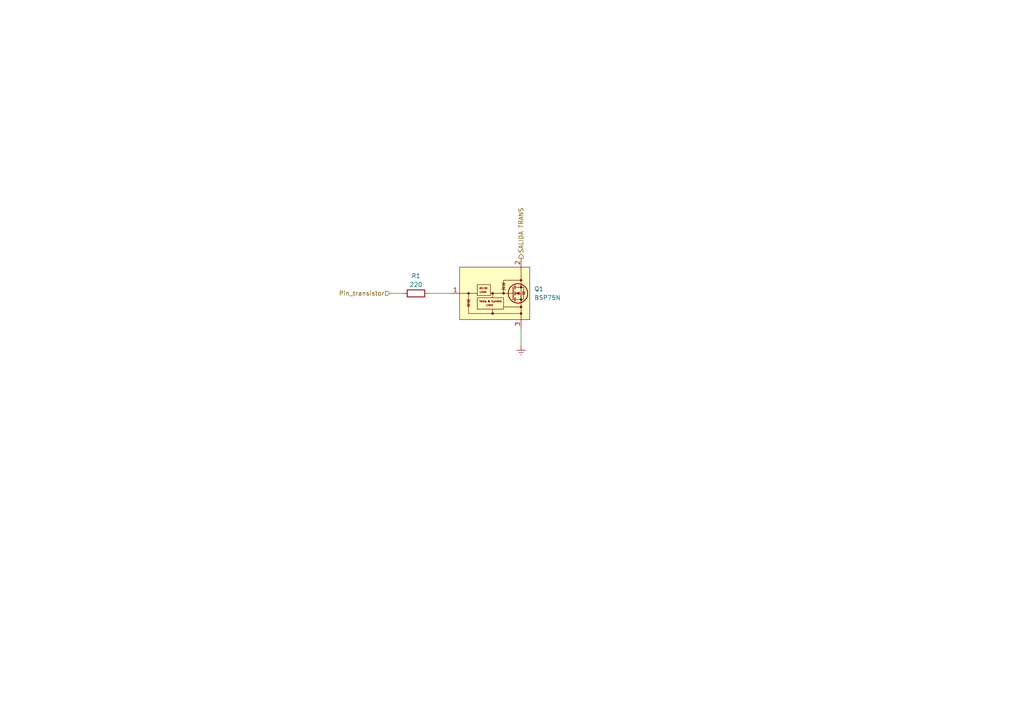
<source format=kicad_sch>
(kicad_sch (version 20230121) (generator eeschema)
  (paper "A4")
  (lib_symbols
    (symbol "Device:R" (pin_numbers hide) (pin_names (offset 0))
      (property "Reference" "R" (at 2.032 0 90))
      (property "Value" "R" (at 0 0 90))
      (symbol "R_0_1"
        (rectangle (start -1.016 -2.54) (end 1.016 2.54) (stroke (width 0.254)))
      )
      (symbol "R_1_1"
        (pin passive line (at 0 3.81 270) (length 1.27) (name "~") (number "1"))
        (pin passive line (at 0 -3.81 90) (length 1.27) (name "~") (number "2"))
      )
    )
    (symbol "Driver_FET:BSP75N" (pin_names (offset 0) hide)
      (property "Reference" "Q" (at 5.08 8.89 0))
      (property "Value" "BSP75N" (at -10.16 8.89 0))
      (symbol "BSP75N_0_0"
        (rectangle (start -10.16 7.62) (end 10.16 -7.62) (fill (type background)))
        (polyline (pts (xy 7.62 2.54) (xy 7.62 -7.62)))
        (polyline (pts (xy 7.62 2.54) (xy 7.62 7.62)))
        (polyline (pts (xy -0.635 -1.27) (xy -0.635 -0.635) (xy -0.635 0)))
        (polyline (pts (xy 2.54 0) (xy 2.54 3.81) (xy 7.62 3.81)))
        (polyline (pts (xy 7.62 -5.842) (xy -0.635 -5.842) (xy -0.635 -4.572)))
        (polyline (pts (xy -0.635 -5.842) (xy -7.62 -5.842) (xy -7.62 0) (xy -5.08 0)))
        (text "Limit" (at -1.524 -3.429 0) (effects (font (size 0.5334 0.5334))))
        (text "Temp & Current" (at -1.27 -2.286 0) (effects (font (size 0.5334 0.5334))))
      )
      (symbol "BSP75N_0_1"
        (rectangle (start -5.08 -1.27) (end 2.54 -4.572))
        (polyline (pts (xy -7.62 0) (xy -10.16 0)))
        (polyline (pts (xy 7.62 -3.937) (xy 2.667 -3.937)))
      )
      (symbol "BSP75N_1_1"
        (circle (center -7.62 0) (radius 0.2794) (fill (type outline)))
        (rectangle (start -5.08 2.54) (end -1.27 -0.635))
        (circle (center -0.635 -5.842) (radius 0.2794) (fill (type outline)))
        (circle (center -0.635 0) (radius 0.2794) (fill (type outline)))
        (polyline (pts (xy 2.54 0) (xy -1.27 0)))
        (polyline (pts (xy 2.54 0) (xy 5.334 0)))
        (polyline (pts (xy 5.842 -1.778) (xy 7.62 -1.778)))
        (polyline (pts (xy 5.842 -1.27) (xy 5.842 -2.286)) (stroke (width 0.254)))
        (polyline (pts (xy 5.842 0) (xy 7.62 0)))
        (polyline (pts (xy 5.842 0.508) (xy 5.842 -0.508)) (stroke (width 0.254)))
        (polyline (pts (xy 5.842 1.778) (xy 7.62 1.778)))
        (polyline (pts (xy 5.842 2.286) (xy 5.842 1.27)) (stroke (width 0.254)))
        (polyline (pts (xy 7.62 -1.778) (xy 7.62 -2.54)))
        (polyline (pts (xy 7.62 -1.778) (xy 7.62 0)))
        (polyline (pts (xy 7.62 2.54) (xy 7.62 1.778)))
        (polyline (pts (xy 5.334 1.905) (xy 5.334 -1.905) (xy 5.334 -1.905)) (stroke (width 0.254)))
        (polyline (pts (xy -8.128 -1.778) (xy -8.001 -1.905) (xy -7.239 -1.905) (xy -7.112 -2.032)))
        (polyline (pts (xy -7.62 -3.683) (xy -7.239 -3.048) (xy -8.001 -3.048) (xy -7.62 -3.683)))
        (polyline (pts (xy -7.62 -1.905) (xy -8.001 -2.54) (xy -7.239 -2.54) (xy -7.62 -1.905)))
        (polyline (pts (xy -7.112 -3.81) (xy -7.239 -3.683) (xy -8.001 -3.683) (xy -8.128 -3.556)))
        (polyline (pts (xy 2.032 3.048) (xy 2.159 2.921) (xy 2.921 2.921) (xy 3.048 2.794)))
        (polyline (pts (xy 2.54 1.143) (xy 2.921 1.778) (xy 2.159 1.778) (xy 2.54 1.143)))
        (polyline (pts (xy 2.54 2.921) (xy 2.159 2.286) (xy 2.921 2.286) (xy 2.54 2.921)))
        (polyline (pts (xy 3.048 1.016) (xy 2.921 1.143) (xy 2.159 1.143) (xy 2.032 1.27)))
        (polyline (pts (xy 6.096 0) (xy 7.112 0.381) (xy 7.112 -0.381) (xy 6.096 0)) (fill (type outline)))
        (polyline (pts (xy 7.62 -1.778) (xy 8.382 -1.778) (xy 8.382 1.778) (xy 7.62 1.778)))
        (polyline (pts (xy 7.874 0.508) (xy 8.001 0.381) (xy 8.763 0.381) (xy 8.89 0.254)))
        (polyline (pts (xy 8.382 0.381) (xy 8.001 -0.254) (xy 8.763 -0.254) (xy 8.382 0.381)))
        (circle (center 2.54 0) (radius 0.2794) (fill (type outline)))
        (circle (center 6.731 0) (radius 2.8194) (stroke (width 0.254)))
        (circle (center 7.62 -5.842) (radius 0.2794) (fill (type outline)))
        (circle (center 7.62 -3.937) (radius 0.2794) (fill (type outline)))
        (circle (center 7.62 -1.778) (radius 0.2794) (fill (type outline)))
        (circle (center 7.62 1.778) (radius 0.2794) (fill (type outline)))
        (circle (center 7.62 3.81) (radius 0.2794) (fill (type outline)))
        (text "dV/dt" (at -3.302 1.524 0) (effects (font (size 0.5334 0.5334))))
        (text "Limit" (at -3.429 0.381 0) (effects (font (size 0.5334 0.5334))))
        (pin input line (at -12.7 0 0) (length 2.54) (name "G") (number "1"))
        (pin passive line (at 7.62 10.16 270) (length 2.54) (name "D") (number "2"))
        (pin passive line (at 7.62 -10.16 90) (length 2.54) (name "S") (number "3"))
        (pin passive line (at 7.62 -10.16 90) (length 2.54) hide (name "S") (number "4"))
      )
    )
    (symbol "power:Earth" (power) (pin_names (offset 0))
      (symbol "Earth_0_1"
        (polyline (pts (xy -0.635 -1.905) (xy 0.635 -1.905)))
        (polyline (pts (xy -0.127 -2.54) (xy 0.127 -2.54)))
        (polyline (pts (xy 0 -1.27) (xy 0 0)))
        (polyline (pts (xy 1.27 -1.27) (xy -1.27 -1.27)))
      )
      (symbol "Earth_1_1"
        (pin power_in line (at 0 0 270) (length 0) hide (name "Earth") (number "1"))
      )
    )
  )
  (wire (pts (xy 113.03 85.09) (xy 116.84 85.09)))
  (wire (pts (xy 124.46 85.09) (xy 130.81 85.09)))
  (wire (pts (xy 151.13 95.25) (xy 151.13 100.33)))
  (hierarchical_label "Pin_transistor" (shape input) (at 113.03 85.09 180))
  (hierarchical_label "SALIDA TRANS" (shape output) (at 151.13 74.93 90))
  (symbol (lib_id "power:Earth") (at 151.13 100.33 0) (unit 1)
    (property "Reference" "#PWR04" (effects hide))
    (property "Value" "Earth" (effects hide))
  )
  (symbol (lib_id "Driver_FET:BSP75N") (at 143.51 85.09 0) (unit 1)
    (property "Reference" "Q1" (at 154.94 83.8199 0) (effects (justify left)))
    (property "Value" "BSP75N" (at 154.94 86.3599 0) (effects (justify left)))
    (property "Footprint" "Package_TO_SOT_SMD:SOT-223" (effects hide))
    (property "Datasheet" "https://www.infineon.com/dgdl/Infineon-BSP75N-DS-v01_04-en.pdf?fileId=db3a30431ed1d7b2011f471f5a0256d1" (effects hide))
    (instances (project "KISS" (path "" (reference "Q1") (unit 1)) (path "" (reference "Q6") (unit 1))) (project "KISS_V2" (path "" (reference "Q1") (unit 1))))
  )
  (symbol (lib_id "Device:R") (at 120.65 85.09 90) (unit 1)
    (property "Reference" "R1" (at 120.65 80.01 90))
    (property "Value" "220" (at 120.65 82.55 90))
    (property "Footprint" "Resistor_SMD:R_0603_1608Metric" (effects hide))
    (instances (project "KISS_V2" (path "" (reference "R1") (unit 1)) (path "" (reference "R20") (unit 1))))
  )
)
</source>
